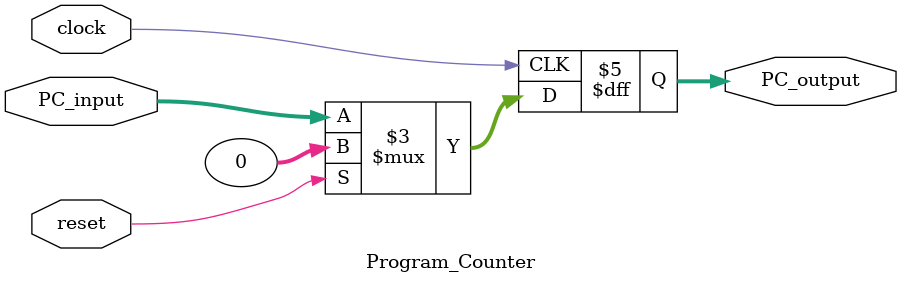
<source format=v>
`timescale 1ns / 1ps
module Program_Counter(
	input [31:0] PC_input,
   input clock,
   input reset,
   output reg [31:0] PC_output
    );
	
	always @(negedge clock) begin
		if(reset) PC_output <= 0;
		else PC_output <= PC_input;
	end

endmodule

</source>
